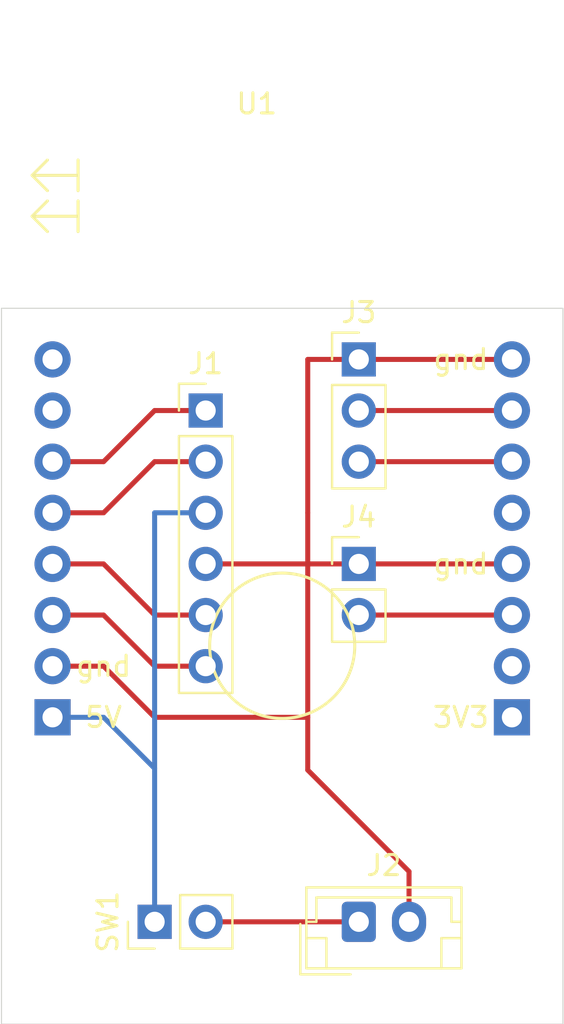
<source format=kicad_pcb>
(kicad_pcb (version 20171130) (host pcbnew 5.1.8+dfsg1-1~bpo10+1)

  (general
    (thickness 1.6)
    (drawings 4)
    (tracks 35)
    (zones 0)
    (modules 6)
    (nets 11)
  )

  (page A4)
  (layers
    (0 F.Cu signal)
    (31 B.Cu signal)
    (32 B.Adhes user)
    (33 F.Adhes user)
    (34 B.Paste user)
    (35 F.Paste user)
    (36 B.SilkS user)
    (37 F.SilkS user)
    (38 B.Mask user)
    (39 F.Mask user)
    (40 Dwgs.User user)
    (41 Cmts.User user)
    (42 Eco1.User user)
    (43 Eco2.User user)
    (44 Edge.Cuts user)
    (45 Margin user)
    (46 B.CrtYd user)
    (47 F.CrtYd user)
    (48 B.Fab user)
    (49 F.Fab user)
  )

  (setup
    (last_trace_width 0.25)
    (trace_clearance 0.2)
    (zone_clearance 0.508)
    (zone_45_only no)
    (trace_min 0.2)
    (via_size 0.8)
    (via_drill 0.4)
    (via_min_size 0.4)
    (via_min_drill 0.3)
    (uvia_size 0.3)
    (uvia_drill 0.1)
    (uvias_allowed no)
    (uvia_min_size 0.2)
    (uvia_min_drill 0.1)
    (edge_width 0.05)
    (segment_width 0.2)
    (pcb_text_width 0.3)
    (pcb_text_size 1.5 1.5)
    (mod_edge_width 0.12)
    (mod_text_size 1 1)
    (mod_text_width 0.15)
    (pad_size 1.524 1.524)
    (pad_drill 0.762)
    (pad_to_mask_clearance 0)
    (aux_axis_origin 0 0)
    (visible_elements FFFFFF7F)
    (pcbplotparams
      (layerselection 0x010fc_ffffffff)
      (usegerberextensions false)
      (usegerberattributes true)
      (usegerberadvancedattributes true)
      (creategerberjobfile true)
      (excludeedgelayer true)
      (linewidth 0.100000)
      (plotframeref false)
      (viasonmask false)
      (mode 1)
      (useauxorigin false)
      (hpglpennumber 1)
      (hpglpenspeed 20)
      (hpglpendiameter 15.000000)
      (psnegative false)
      (psa4output false)
      (plotreference true)
      (plotvalue true)
      (plotinvisibletext false)
      (padsonsilk false)
      (subtractmaskfromsilk false)
      (outputformat 1)
      (mirror false)
      (drillshape 1)
      (scaleselection 1)
      (outputdirectory ""))
  )

  (net 0 "")
  (net 1 "Net-(J1-Pad1)")
  (net 2 "Net-(J1-Pad2)")
  (net 3 GND)
  (net 4 "Net-(J1-Pad5)")
  (net 5 "Net-(J1-Pad6)")
  (net 6 "Net-(J2-Pad1)")
  (net 7 "Net-(J3-Pad2)")
  (net 8 "Net-(J3-Pad3)")
  (net 9 "Net-(J4-Pad2)")
  (net 10 "Net-(J1-Pad3)")

  (net_class Default "This is the default net class."
    (clearance 0.2)
    (trace_width 0.25)
    (via_dia 0.8)
    (via_drill 0.4)
    (uvia_dia 0.3)
    (uvia_drill 0.1)
    (add_net GND)
    (add_net "Net-(J1-Pad1)")
    (add_net "Net-(J1-Pad2)")
    (add_net "Net-(J1-Pad3)")
    (add_net "Net-(J1-Pad5)")
    (add_net "Net-(J1-Pad6)")
    (add_net "Net-(J2-Pad1)")
    (add_net "Net-(J3-Pad2)")
    (add_net "Net-(J3-Pad3)")
    (add_net "Net-(J4-Pad2)")
  )

  (module espcam:ESPCAM_bottom (layer F.Cu) (tedit 600EA96D) (tstamp 6012230F)
    (at 127 88.9)
    (path /6011BE62)
    (fp_text reference U1 (at 0 -10.16) (layer F.SilkS)
      (effects (font (size 1 1) (thickness 0.15)))
    )
    (fp_text value ESPCAM (at 0 -12.7) (layer F.Fab)
      (effects (font (size 1 1) (thickness 0.15)))
    )
    (fp_line (start -11.43 21.59) (end -11.43 1.27) (layer B.CrtYd) (width 0.15))
    (fp_line (start -8.89 21.59) (end -11.43 21.59) (layer B.CrtYd) (width 0.15))
    (fp_line (start -8.89 1.27) (end -8.89 21.59) (layer B.CrtYd) (width 0.15))
    (fp_line (start -11.43 1.27) (end -8.89 1.27) (layer B.CrtYd) (width 0.15))
    (fp_line (start 11.43 21.59) (end 11.43 1.27) (layer B.CrtYd) (width 0.15))
    (fp_line (start 13.97 21.59) (end 11.43 21.59) (layer B.CrtYd) (width 0.15))
    (fp_line (start 13.97 1.27) (end 13.97 21.59) (layer B.CrtYd) (width 0.15))
    (fp_line (start 11.43 1.27) (end 13.97 1.27) (layer B.CrtYd) (width 0.15))
    (fp_line (start 11.43 21.59) (end 11.43 1.27) (layer F.CrtYd) (width 0.15))
    (fp_line (start 13.97 21.59) (end 11.43 21.59) (layer F.CrtYd) (width 0.15))
    (fp_line (start 13.97 1.27) (end 13.97 21.59) (layer F.CrtYd) (width 0.15))
    (fp_line (start 11.43 1.27) (end 13.97 1.27) (layer F.CrtYd) (width 0.15))
    (fp_line (start -11.43 21.59) (end -11.43 1.27) (layer F.CrtYd) (width 0.15))
    (fp_line (start -8.89 21.59) (end -11.43 21.59) (layer F.CrtYd) (width 0.15))
    (fp_line (start -8.89 1.27) (end -8.89 21.59) (layer F.CrtYd) (width 0.15))
    (fp_line (start -11.43 1.27) (end -8.89 1.27) (layer F.CrtYd) (width 0.15))
    (fp_line (start 12.7 25.4) (end -10.16 25.4) (layer B.Paste) (width 0.15))
    (fp_line (start 15.24 -12.7) (end 15.24 22.86) (layer B.Paste) (width 0.15))
    (fp_line (start -10.16 -15.24) (end 12.7 -15.24) (layer B.Paste) (width 0.15))
    (fp_line (start -12.7 22.86) (end -12.7 -12.7) (layer B.Paste) (width 0.15))
    (fp_circle (center 1.27 16.764) (end 3.556 19.558) (layer F.SilkS) (width 0.15))
    (fp_line (start -8.89 -4.572) (end -11.176 -4.572) (layer F.SilkS) (width 0.15))
    (fp_line (start -11.176 -4.572) (end -10.414 -5.334) (layer F.SilkS) (width 0.15))
    (fp_line (start -11.176 -4.572) (end -10.414 -3.81) (layer F.SilkS) (width 0.15))
    (fp_line (start -10.414 -5.842) (end -11.176 -6.604) (layer F.SilkS) (width 0.15))
    (fp_line (start -11.176 -6.604) (end -10.414 -7.366) (layer F.SilkS) (width 0.15))
    (fp_line (start -11.176 -6.604) (end -8.89 -6.604) (layer F.SilkS) (width 0.15))
    (fp_line (start -8.89 -7.366) (end -8.89 -5.842) (layer F.SilkS) (width 0.15))
    (fp_line (start -8.89 -5.334) (end -8.89 -3.81) (layer F.SilkS) (width 0.15))
    (fp_text user gnd (at 10.16 2.54) (layer F.SilkS)
      (effects (font (size 1 1) (thickness 0.15)))
    )
    (fp_arc (start -10.16 22.86) (end -12.7 22.86) (angle -90) (layer B.Paste) (width 0.15))
    (fp_arc (start 12.7 22.86) (end 12.7 25.4) (angle -90) (layer B.Paste) (width 0.15))
    (fp_arc (start 12.7 -12.7) (end 15.24 -12.7) (angle -90) (layer B.Paste) (width 0.15))
    (fp_arc (start -10.16 -12.7) (end -10.16 -15.24) (angle -90) (layer B.Paste) (width 0.15))
    (fp_text user gnd (at 10.16 12.7) (layer F.SilkS)
      (effects (font (size 1 1) (thickness 0.15)))
    )
    (fp_text user 3V3 (at 10.16 20.32) (layer F.SilkS)
      (effects (font (size 1 1) (thickness 0.15)))
    )
    (fp_text user gnd (at -7.62 17.78) (layer F.SilkS)
      (effects (font (size 1 1) (thickness 0.15)))
    )
    (fp_text user 5V (at -7.62 20.32) (layer F.SilkS)
      (effects (font (size 1 1) (thickness 0.15)))
    )
    (pad 1 thru_hole circle (at -10.16 2.54) (size 1.8 1.8) (drill 1) (layers *.Cu *.Mask))
    (pad 2 thru_hole circle (at -10.16 5.08) (size 1.8 1.8) (drill 1) (layers *.Cu *.Mask))
    (pad 3 thru_hole circle (at -10.16 7.62) (size 1.8 1.8) (drill 1) (layers *.Cu *.Mask)
      (net 1 "Net-(J1-Pad1)"))
    (pad 4 thru_hole circle (at -10.16 10.16) (size 1.8 1.8) (drill 1) (layers *.Cu *.Mask)
      (net 2 "Net-(J1-Pad2)"))
    (pad 5 thru_hole circle (at -10.16 12.7) (size 1.8 1.8) (drill 1) (layers *.Cu *.Mask)
      (net 4 "Net-(J1-Pad5)"))
    (pad 6 thru_hole circle (at -10.16 15.24) (size 1.8 1.8) (drill 1) (layers *.Cu *.Mask)
      (net 5 "Net-(J1-Pad6)"))
    (pad 7 thru_hole circle (at -10.16 17.78) (size 1.8 1.8) (drill 1) (layers *.Cu *.Mask)
      (net 3 GND))
    (pad 8 thru_hole rect (at -10.16 20.32) (size 1.8 1.8) (drill 1) (layers *.Cu *.Mask)
      (net 10 "Net-(J1-Pad3)"))
    (pad 9 thru_hole circle (at 12.7 2.54) (size 1.8 1.8) (drill 1) (layers *.Cu *.Mask)
      (net 3 GND))
    (pad 10 thru_hole circle (at 12.7 5.08) (size 1.8 1.8) (drill 1) (layers *.Cu *.Mask)
      (net 7 "Net-(J3-Pad2)"))
    (pad 11 thru_hole circle (at 12.7 7.62) (size 1.8 1.8) (drill 1) (layers *.Cu *.Mask)
      (net 8 "Net-(J3-Pad3)"))
    (pad 12 thru_hole circle (at 12.7 10.16) (size 1.8 1.8) (drill 1) (layers *.Cu *.Mask))
    (pad 13 thru_hole circle (at 12.7 12.7) (size 1.8 1.8) (drill 1) (layers *.Cu *.Mask)
      (net 3 GND))
    (pad 14 thru_hole circle (at 12.7 15.24) (size 1.8 1.8) (drill 1) (layers *.Cu *.Mask)
      (net 9 "Net-(J4-Pad2)"))
    (pad 15 thru_hole circle (at 12.7 17.78) (size 1.8 1.8) (drill 1) (layers *.Cu *.Mask))
    (pad 16 thru_hole rect (at 12.7 20.32) (size 1.8 1.8) (drill 1) (layers *.Cu *.Mask))
  )

  (module Connector_PinHeader_2.54mm:PinHeader_1x06_P2.54mm_Vertical (layer F.Cu) (tedit 59FED5CC) (tstamp 60122272)
    (at 124.46 93.98)
    (descr "Through hole straight pin header, 1x06, 2.54mm pitch, single row")
    (tags "Through hole pin header THT 1x06 2.54mm single row")
    (path /6011CE66)
    (fp_text reference J1 (at 0 -2.33) (layer F.SilkS)
      (effects (font (size 1 1) (thickness 0.15)))
    )
    (fp_text value Hbridge (at 0 15.03) (layer F.Fab)
      (effects (font (size 1 1) (thickness 0.15)))
    )
    (fp_line (start -0.635 -1.27) (end 1.27 -1.27) (layer F.Fab) (width 0.1))
    (fp_line (start 1.27 -1.27) (end 1.27 13.97) (layer F.Fab) (width 0.1))
    (fp_line (start 1.27 13.97) (end -1.27 13.97) (layer F.Fab) (width 0.1))
    (fp_line (start -1.27 13.97) (end -1.27 -0.635) (layer F.Fab) (width 0.1))
    (fp_line (start -1.27 -0.635) (end -0.635 -1.27) (layer F.Fab) (width 0.1))
    (fp_line (start -1.33 14.03) (end 1.33 14.03) (layer F.SilkS) (width 0.12))
    (fp_line (start -1.33 1.27) (end -1.33 14.03) (layer F.SilkS) (width 0.12))
    (fp_line (start 1.33 1.27) (end 1.33 14.03) (layer F.SilkS) (width 0.12))
    (fp_line (start -1.33 1.27) (end 1.33 1.27) (layer F.SilkS) (width 0.12))
    (fp_line (start -1.33 0) (end -1.33 -1.33) (layer F.SilkS) (width 0.12))
    (fp_line (start -1.33 -1.33) (end 0 -1.33) (layer F.SilkS) (width 0.12))
    (fp_line (start -1.8 -1.8) (end -1.8 14.5) (layer F.CrtYd) (width 0.05))
    (fp_line (start -1.8 14.5) (end 1.8 14.5) (layer F.CrtYd) (width 0.05))
    (fp_line (start 1.8 14.5) (end 1.8 -1.8) (layer F.CrtYd) (width 0.05))
    (fp_line (start 1.8 -1.8) (end -1.8 -1.8) (layer F.CrtYd) (width 0.05))
    (fp_text user %R (at 0 6.35 90) (layer F.Fab)
      (effects (font (size 1 1) (thickness 0.15)))
    )
    (pad 1 thru_hole rect (at 0 0) (size 1.7 1.7) (drill 1) (layers *.Cu *.Mask)
      (net 1 "Net-(J1-Pad1)"))
    (pad 2 thru_hole oval (at 0 2.54) (size 1.7 1.7) (drill 1) (layers *.Cu *.Mask)
      (net 2 "Net-(J1-Pad2)"))
    (pad 3 thru_hole oval (at 0 5.08) (size 1.7 1.7) (drill 1) (layers *.Cu *.Mask)
      (net 10 "Net-(J1-Pad3)"))
    (pad 4 thru_hole oval (at 0 7.62) (size 1.7 1.7) (drill 1) (layers *.Cu *.Mask)
      (net 3 GND))
    (pad 5 thru_hole oval (at 0 10.16) (size 1.7 1.7) (drill 1) (layers *.Cu *.Mask)
      (net 4 "Net-(J1-Pad5)"))
    (pad 6 thru_hole oval (at 0 12.7) (size 1.7 1.7) (drill 1) (layers *.Cu *.Mask)
      (net 5 "Net-(J1-Pad6)"))
    (model ${KISYS3DMOD}/Connector_PinHeader_2.54mm.3dshapes/PinHeader_1x06_P2.54mm_Vertical.wrl
      (at (xyz 0 0 0))
      (scale (xyz 1 1 1))
      (rotate (xyz 0 0 0))
    )
  )

  (module Connector_JST:JST_EH_B2B-EH-A_1x02_P2.50mm_Vertical (layer F.Cu) (tedit 5C28142C) (tstamp 60122292)
    (at 132.08 119.38)
    (descr "JST EH series connector, B2B-EH-A (http://www.jst-mfg.com/product/pdf/eng/eEH.pdf), generated with kicad-footprint-generator")
    (tags "connector JST EH vertical")
    (path /601226F6)
    (fp_text reference J2 (at 1.25 -2.8) (layer F.SilkS)
      (effects (font (size 1 1) (thickness 0.15)))
    )
    (fp_text value Power (at 1.25 3.4) (layer F.Fab)
      (effects (font (size 1 1) (thickness 0.15)))
    )
    (fp_line (start -2.5 -1.6) (end -2.5 2.2) (layer F.Fab) (width 0.1))
    (fp_line (start -2.5 2.2) (end 5 2.2) (layer F.Fab) (width 0.1))
    (fp_line (start 5 2.2) (end 5 -1.6) (layer F.Fab) (width 0.1))
    (fp_line (start 5 -1.6) (end -2.5 -1.6) (layer F.Fab) (width 0.1))
    (fp_line (start -3 -2.1) (end -3 2.7) (layer F.CrtYd) (width 0.05))
    (fp_line (start -3 2.7) (end 5.5 2.7) (layer F.CrtYd) (width 0.05))
    (fp_line (start 5.5 2.7) (end 5.5 -2.1) (layer F.CrtYd) (width 0.05))
    (fp_line (start 5.5 -2.1) (end -3 -2.1) (layer F.CrtYd) (width 0.05))
    (fp_line (start -2.61 -1.71) (end -2.61 2.31) (layer F.SilkS) (width 0.12))
    (fp_line (start -2.61 2.31) (end 5.11 2.31) (layer F.SilkS) (width 0.12))
    (fp_line (start 5.11 2.31) (end 5.11 -1.71) (layer F.SilkS) (width 0.12))
    (fp_line (start 5.11 -1.71) (end -2.61 -1.71) (layer F.SilkS) (width 0.12))
    (fp_line (start -2.61 0) (end -2.11 0) (layer F.SilkS) (width 0.12))
    (fp_line (start -2.11 0) (end -2.11 -1.21) (layer F.SilkS) (width 0.12))
    (fp_line (start -2.11 -1.21) (end 4.61 -1.21) (layer F.SilkS) (width 0.12))
    (fp_line (start 4.61 -1.21) (end 4.61 0) (layer F.SilkS) (width 0.12))
    (fp_line (start 4.61 0) (end 5.11 0) (layer F.SilkS) (width 0.12))
    (fp_line (start -2.61 0.81) (end -1.61 0.81) (layer F.SilkS) (width 0.12))
    (fp_line (start -1.61 0.81) (end -1.61 2.31) (layer F.SilkS) (width 0.12))
    (fp_line (start 5.11 0.81) (end 4.11 0.81) (layer F.SilkS) (width 0.12))
    (fp_line (start 4.11 0.81) (end 4.11 2.31) (layer F.SilkS) (width 0.12))
    (fp_line (start -2.91 0.11) (end -2.91 2.61) (layer F.SilkS) (width 0.12))
    (fp_line (start -2.91 2.61) (end -0.41 2.61) (layer F.SilkS) (width 0.12))
    (fp_line (start -2.91 0.11) (end -2.91 2.61) (layer F.Fab) (width 0.1))
    (fp_line (start -2.91 2.61) (end -0.41 2.61) (layer F.Fab) (width 0.1))
    (fp_text user %R (at 1.25 1.5) (layer F.Fab)
      (effects (font (size 1 1) (thickness 0.15)))
    )
    (pad 1 thru_hole roundrect (at 0 0) (size 1.7 2) (drill 1) (layers *.Cu *.Mask) (roundrect_rratio 0.147059)
      (net 6 "Net-(J2-Pad1)"))
    (pad 2 thru_hole oval (at 2.5 0) (size 1.7 2) (drill 1) (layers *.Cu *.Mask)
      (net 3 GND))
    (model ${KISYS3DMOD}/Connector_JST.3dshapes/JST_EH_B2B-EH-A_1x02_P2.50mm_Vertical.wrl
      (at (xyz 0 0 0))
      (scale (xyz 1 1 1))
      (rotate (xyz 0 0 0))
    )
  )

  (module Connector_PinHeader_2.54mm:PinHeader_1x03_P2.54mm_Vertical (layer F.Cu) (tedit 59FED5CC) (tstamp 601222A9)
    (at 132.08 91.44)
    (descr "Through hole straight pin header, 1x03, 2.54mm pitch, single row")
    (tags "Through hole pin header THT 1x03 2.54mm single row")
    (path /6011E2A5)
    (fp_text reference J3 (at 0 -2.33) (layer F.SilkS)
      (effects (font (size 1 1) (thickness 0.15)))
    )
    (fp_text value uart (at 0 7.41) (layer F.Fab)
      (effects (font (size 1 1) (thickness 0.15)))
    )
    (fp_line (start -0.635 -1.27) (end 1.27 -1.27) (layer F.Fab) (width 0.1))
    (fp_line (start 1.27 -1.27) (end 1.27 6.35) (layer F.Fab) (width 0.1))
    (fp_line (start 1.27 6.35) (end -1.27 6.35) (layer F.Fab) (width 0.1))
    (fp_line (start -1.27 6.35) (end -1.27 -0.635) (layer F.Fab) (width 0.1))
    (fp_line (start -1.27 -0.635) (end -0.635 -1.27) (layer F.Fab) (width 0.1))
    (fp_line (start -1.33 6.41) (end 1.33 6.41) (layer F.SilkS) (width 0.12))
    (fp_line (start -1.33 1.27) (end -1.33 6.41) (layer F.SilkS) (width 0.12))
    (fp_line (start 1.33 1.27) (end 1.33 6.41) (layer F.SilkS) (width 0.12))
    (fp_line (start -1.33 1.27) (end 1.33 1.27) (layer F.SilkS) (width 0.12))
    (fp_line (start -1.33 0) (end -1.33 -1.33) (layer F.SilkS) (width 0.12))
    (fp_line (start -1.33 -1.33) (end 0 -1.33) (layer F.SilkS) (width 0.12))
    (fp_line (start -1.8 -1.8) (end -1.8 6.85) (layer F.CrtYd) (width 0.05))
    (fp_line (start -1.8 6.85) (end 1.8 6.85) (layer F.CrtYd) (width 0.05))
    (fp_line (start 1.8 6.85) (end 1.8 -1.8) (layer F.CrtYd) (width 0.05))
    (fp_line (start 1.8 -1.8) (end -1.8 -1.8) (layer F.CrtYd) (width 0.05))
    (fp_text user %R (at 0 2.54 90) (layer F.Fab)
      (effects (font (size 1 1) (thickness 0.15)))
    )
    (pad 1 thru_hole rect (at 0 0) (size 1.7 1.7) (drill 1) (layers *.Cu *.Mask)
      (net 3 GND))
    (pad 2 thru_hole oval (at 0 2.54) (size 1.7 1.7) (drill 1) (layers *.Cu *.Mask)
      (net 7 "Net-(J3-Pad2)"))
    (pad 3 thru_hole oval (at 0 5.08) (size 1.7 1.7) (drill 1) (layers *.Cu *.Mask)
      (net 8 "Net-(J3-Pad3)"))
    (model ${KISYS3DMOD}/Connector_PinHeader_2.54mm.3dshapes/PinHeader_1x03_P2.54mm_Vertical.wrl
      (at (xyz 0 0 0))
      (scale (xyz 1 1 1))
      (rotate (xyz 0 0 0))
    )
  )

  (module Connector_PinHeader_2.54mm:PinHeader_1x02_P2.54mm_Vertical (layer F.Cu) (tedit 59FED5CC) (tstamp 601222BF)
    (at 132.08 101.6)
    (descr "Through hole straight pin header, 1x02, 2.54mm pitch, single row")
    (tags "Through hole pin header THT 1x02 2.54mm single row")
    (path /601276AB)
    (fp_text reference J4 (at 0 -2.33) (layer F.SilkS)
      (effects (font (size 1 1) (thickness 0.15)))
    )
    (fp_text value bootbutton (at 0 4.87) (layer F.Fab)
      (effects (font (size 1 1) (thickness 0.15)))
    )
    (fp_line (start -0.635 -1.27) (end 1.27 -1.27) (layer F.Fab) (width 0.1))
    (fp_line (start 1.27 -1.27) (end 1.27 3.81) (layer F.Fab) (width 0.1))
    (fp_line (start 1.27 3.81) (end -1.27 3.81) (layer F.Fab) (width 0.1))
    (fp_line (start -1.27 3.81) (end -1.27 -0.635) (layer F.Fab) (width 0.1))
    (fp_line (start -1.27 -0.635) (end -0.635 -1.27) (layer F.Fab) (width 0.1))
    (fp_line (start -1.33 3.87) (end 1.33 3.87) (layer F.SilkS) (width 0.12))
    (fp_line (start -1.33 1.27) (end -1.33 3.87) (layer F.SilkS) (width 0.12))
    (fp_line (start 1.33 1.27) (end 1.33 3.87) (layer F.SilkS) (width 0.12))
    (fp_line (start -1.33 1.27) (end 1.33 1.27) (layer F.SilkS) (width 0.12))
    (fp_line (start -1.33 0) (end -1.33 -1.33) (layer F.SilkS) (width 0.12))
    (fp_line (start -1.33 -1.33) (end 0 -1.33) (layer F.SilkS) (width 0.12))
    (fp_line (start -1.8 -1.8) (end -1.8 4.35) (layer F.CrtYd) (width 0.05))
    (fp_line (start -1.8 4.35) (end 1.8 4.35) (layer F.CrtYd) (width 0.05))
    (fp_line (start 1.8 4.35) (end 1.8 -1.8) (layer F.CrtYd) (width 0.05))
    (fp_line (start 1.8 -1.8) (end -1.8 -1.8) (layer F.CrtYd) (width 0.05))
    (fp_text user %R (at 0 1.27 90) (layer F.Fab)
      (effects (font (size 1 1) (thickness 0.15)))
    )
    (pad 1 thru_hole rect (at 0 0) (size 1.7 1.7) (drill 1) (layers *.Cu *.Mask)
      (net 3 GND))
    (pad 2 thru_hole oval (at 0 2.54) (size 1.7 1.7) (drill 1) (layers *.Cu *.Mask)
      (net 9 "Net-(J4-Pad2)"))
    (model ${KISYS3DMOD}/Connector_PinHeader_2.54mm.3dshapes/PinHeader_1x02_P2.54mm_Vertical.wrl
      (at (xyz 0 0 0))
      (scale (xyz 1 1 1))
      (rotate (xyz 0 0 0))
    )
  )

  (module Connector_PinHeader_2.54mm:PinHeader_1x02_P2.54mm_Vertical (layer F.Cu) (tedit 59FED5CC) (tstamp 601222D5)
    (at 121.92 119.38 90)
    (descr "Through hole straight pin header, 1x02, 2.54mm pitch, single row")
    (tags "Through hole pin header THT 1x02 2.54mm single row")
    (path /60127D8B)
    (fp_text reference SW1 (at 0 -2.33 90) (layer F.SilkS)
      (effects (font (size 1 1) (thickness 0.15)))
    )
    (fp_text value powerswitch (at 0 4.87 90) (layer F.Fab)
      (effects (font (size 1 1) (thickness 0.15)))
    )
    (fp_line (start 1.8 -1.8) (end -1.8 -1.8) (layer F.CrtYd) (width 0.05))
    (fp_line (start 1.8 4.35) (end 1.8 -1.8) (layer F.CrtYd) (width 0.05))
    (fp_line (start -1.8 4.35) (end 1.8 4.35) (layer F.CrtYd) (width 0.05))
    (fp_line (start -1.8 -1.8) (end -1.8 4.35) (layer F.CrtYd) (width 0.05))
    (fp_line (start -1.33 -1.33) (end 0 -1.33) (layer F.SilkS) (width 0.12))
    (fp_line (start -1.33 0) (end -1.33 -1.33) (layer F.SilkS) (width 0.12))
    (fp_line (start -1.33 1.27) (end 1.33 1.27) (layer F.SilkS) (width 0.12))
    (fp_line (start 1.33 1.27) (end 1.33 3.87) (layer F.SilkS) (width 0.12))
    (fp_line (start -1.33 1.27) (end -1.33 3.87) (layer F.SilkS) (width 0.12))
    (fp_line (start -1.33 3.87) (end 1.33 3.87) (layer F.SilkS) (width 0.12))
    (fp_line (start -1.27 -0.635) (end -0.635 -1.27) (layer F.Fab) (width 0.1))
    (fp_line (start -1.27 3.81) (end -1.27 -0.635) (layer F.Fab) (width 0.1))
    (fp_line (start 1.27 3.81) (end -1.27 3.81) (layer F.Fab) (width 0.1))
    (fp_line (start 1.27 -1.27) (end 1.27 3.81) (layer F.Fab) (width 0.1))
    (fp_line (start -0.635 -1.27) (end 1.27 -1.27) (layer F.Fab) (width 0.1))
    (fp_text user %R (at 0 1.27) (layer F.Fab)
      (effects (font (size 1 1) (thickness 0.15)))
    )
    (pad 2 thru_hole oval (at 0 2.54 90) (size 1.7 1.7) (drill 1) (layers *.Cu *.Mask)
      (net 6 "Net-(J2-Pad1)"))
    (pad 1 thru_hole rect (at 0 0 90) (size 1.7 1.7) (drill 1) (layers *.Cu *.Mask)
      (net 10 "Net-(J1-Pad3)"))
    (model ${KISYS3DMOD}/Connector_PinHeader_2.54mm.3dshapes/PinHeader_1x02_P2.54mm_Vertical.wrl
      (at (xyz 0 0 0))
      (scale (xyz 1 1 1))
      (rotate (xyz 0 0 0))
    )
  )

  (gr_line (start 114.3 124.46) (end 114.3 88.9) (layer Edge.Cuts) (width 0.05) (tstamp 60122B68))
  (gr_line (start 142.24 124.46) (end 114.3 124.46) (layer Edge.Cuts) (width 0.05))
  (gr_line (start 142.24 88.9) (end 142.24 124.46) (layer Edge.Cuts) (width 0.05))
  (gr_line (start 114.3 88.9) (end 142.24 88.9) (layer Edge.Cuts) (width 0.05))

  (segment (start 116.84 96.52) (end 119.38 96.52) (width 0.25) (layer F.Cu) (net 1))
  (segment (start 119.38 96.52) (end 121.92 93.98) (width 0.25) (layer F.Cu) (net 1))
  (segment (start 121.92 93.98) (end 124.46 93.98) (width 0.25) (layer F.Cu) (net 1))
  (segment (start 119.38 99.06) (end 116.84 99.06) (width 0.25) (layer F.Cu) (net 2))
  (segment (start 124.46 96.52) (end 121.92 96.52) (width 0.25) (layer F.Cu) (net 2))
  (segment (start 121.92 96.52) (end 119.38 99.06) (width 0.25) (layer F.Cu) (net 2))
  (segment (start 132.08 101.6) (end 139.7 101.6) (width 0.25) (layer F.Cu) (net 3) (status 30))
  (segment (start 132.08 91.44) (end 139.7 91.44) (width 0.25) (layer F.Cu) (net 3) (status 30))
  (segment (start 134.62 119.34) (end 134.58 119.38) (width 0.25) (layer F.Cu) (net 3) (status 30))
  (segment (start 129.54 99.06) (end 129.54 91.44) (width 0.25) (layer F.Cu) (net 3))
  (segment (start 129.54 91.44) (end 132.08 91.44) (width 0.25) (layer F.Cu) (net 3))
  (segment (start 129.54 99.06) (end 129.54 101.6) (width 0.25) (layer F.Cu) (net 3))
  (segment (start 129.54 101.6) (end 132.08 101.6) (width 0.25) (layer F.Cu) (net 3))
  (segment (start 124.46 101.6) (end 129.54 101.6) (width 0.25) (layer F.Cu) (net 3))
  (segment (start 129.54 101.6) (end 129.54 109.22) (width 0.25) (layer F.Cu) (net 3))
  (segment (start 129.54 109.22) (end 121.92 109.22) (width 0.25) (layer F.Cu) (net 3))
  (segment (start 121.92 109.22) (end 119.38 106.68) (width 0.25) (layer F.Cu) (net 3))
  (segment (start 119.38 106.68) (end 116.84 106.68) (width 0.25) (layer F.Cu) (net 3))
  (segment (start 134.58 119.38) (end 134.58 116.88) (width 0.25) (layer F.Cu) (net 3))
  (segment (start 134.58 116.88) (end 129.54 111.84) (width 0.25) (layer F.Cu) (net 3))
  (segment (start 129.54 111.84) (end 129.54 109.22) (width 0.25) (layer F.Cu) (net 3))
  (segment (start 116.84 101.6) (end 119.38 101.6) (width 0.25) (layer F.Cu) (net 4))
  (segment (start 119.38 101.6) (end 121.92 104.14) (width 0.25) (layer F.Cu) (net 4))
  (segment (start 121.92 104.14) (end 124.46 104.14) (width 0.25) (layer F.Cu) (net 4))
  (segment (start 116.84 104.14) (end 119.38 104.14) (width 0.25) (layer F.Cu) (net 5))
  (segment (start 119.38 104.14) (end 121.92 106.68) (width 0.25) (layer F.Cu) (net 5))
  (segment (start 121.92 106.68) (end 124.46 106.68) (width 0.25) (layer F.Cu) (net 5))
  (segment (start 124.46 119.38) (end 132.08 119.38) (width 0.25) (layer F.Cu) (net 6) (status 30))
  (segment (start 132.08 93.98) (end 139.7 93.98) (width 0.25) (layer F.Cu) (net 7))
  (segment (start 132.08 96.52) (end 139.7 96.52) (width 0.25) (layer F.Cu) (net 8))
  (segment (start 132.08 104.14) (end 139.7 104.14) (width 0.25) (layer F.Cu) (net 9))
  (segment (start 124.46 99.06) (end 121.92 99.06) (width 0.25) (layer B.Cu) (net 10))
  (segment (start 121.92 99.06) (end 121.92 119.38) (width 0.25) (layer B.Cu) (net 10))
  (segment (start 116.84 109.22) (end 119.38 109.22) (width 0.25) (layer B.Cu) (net 10))
  (segment (start 119.38 109.22) (end 121.92 111.76) (width 0.25) (layer B.Cu) (net 10))

)

</source>
